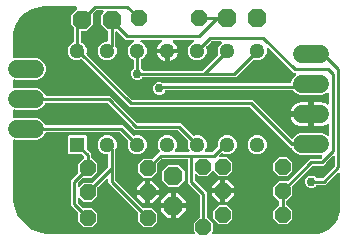
<source format=gbr>
G04 EAGLE Gerber RS-274X export*
G75*
%MOMM*%
%FSLAX34Y34*%
%LPD*%
%INTop Copper*%
%IPPOS*%
%AMOC8*
5,1,8,0,0,1.08239X$1,22.5*%
G01*
%ADD10R,1.278000X1.278000*%
%ADD11C,1.278000*%
%ADD12P,1.429621X8X22.500000*%
%ADD13P,1.429621X8X202.500000*%
%ADD14P,1.429621X8X112.500000*%
%ADD15P,1.732040X8X202.500000*%
%ADD16P,1.732040X8X112.500000*%
%ADD17C,1.524000*%
%ADD18C,0.254000*%
%ADD19C,0.756400*%

G36*
X289107Y138448D02*
X289107Y138448D01*
X289246Y138461D01*
X289265Y138468D01*
X289285Y138471D01*
X289414Y138522D01*
X289545Y138569D01*
X289562Y138580D01*
X289581Y138588D01*
X289693Y138669D01*
X289808Y138747D01*
X289821Y138763D01*
X289838Y138774D01*
X289927Y138882D01*
X290019Y138986D01*
X290028Y139004D01*
X290041Y139019D01*
X290100Y139145D01*
X290163Y139269D01*
X290168Y139289D01*
X290176Y139307D01*
X290202Y139444D01*
X290233Y139579D01*
X290232Y139600D01*
X290236Y139619D01*
X290227Y139758D01*
X290223Y139897D01*
X290217Y139917D01*
X290216Y139937D01*
X290174Y140069D01*
X290135Y140203D01*
X290124Y140220D01*
X290118Y140239D01*
X290044Y140357D01*
X289973Y140477D01*
X289955Y140498D01*
X289948Y140508D01*
X289933Y140522D01*
X289867Y140597D01*
X289051Y141413D01*
X289051Y148147D01*
X294014Y153109D01*
X294074Y153188D01*
X294142Y153260D01*
X294171Y153313D01*
X294208Y153361D01*
X294248Y153452D01*
X294296Y153538D01*
X294311Y153597D01*
X294335Y153652D01*
X294350Y153750D01*
X294375Y153846D01*
X294381Y153946D01*
X294385Y153966D01*
X294383Y153979D01*
X294385Y154007D01*
X294385Y171037D01*
X294373Y171135D01*
X294370Y171234D01*
X294353Y171292D01*
X294345Y171352D01*
X294309Y171444D01*
X294281Y171539D01*
X294251Y171592D01*
X294228Y171648D01*
X294170Y171728D01*
X294120Y171813D01*
X294054Y171889D01*
X294042Y171905D01*
X294032Y171913D01*
X294014Y171934D01*
X284225Y181722D01*
X284225Y201052D01*
X284210Y201170D01*
X284203Y201289D01*
X284190Y201327D01*
X284185Y201368D01*
X284142Y201478D01*
X284105Y201591D01*
X284083Y201626D01*
X284068Y201663D01*
X283999Y201759D01*
X283935Y201860D01*
X283905Y201888D01*
X283882Y201921D01*
X283790Y201997D01*
X283703Y202078D01*
X283668Y202098D01*
X283637Y202123D01*
X283529Y202174D01*
X283425Y202232D01*
X283385Y202242D01*
X283349Y202259D01*
X283232Y202281D01*
X283117Y202311D01*
X283057Y202315D01*
X283037Y202319D01*
X283016Y202317D01*
X282956Y202321D01*
X262679Y202321D01*
X262581Y202309D01*
X262482Y202306D01*
X262424Y202289D01*
X262364Y202281D01*
X262272Y202245D01*
X262177Y202217D01*
X262124Y202187D01*
X262068Y202164D01*
X261988Y202106D01*
X261903Y202056D01*
X261827Y201990D01*
X261811Y201978D01*
X261803Y201968D01*
X261782Y201950D01*
X258690Y198858D01*
X258630Y198780D01*
X258562Y198708D01*
X258533Y198655D01*
X258496Y198607D01*
X258456Y198516D01*
X258408Y198429D01*
X258393Y198371D01*
X258369Y198315D01*
X258354Y198217D01*
X258329Y198121D01*
X258323Y198021D01*
X258319Y198001D01*
X258321Y197989D01*
X258319Y197961D01*
X258319Y190943D01*
X253557Y186181D01*
X246823Y186181D01*
X242061Y190943D01*
X242061Y197677D01*
X246823Y202439D01*
X253841Y202439D01*
X253939Y202451D01*
X254038Y202454D01*
X254096Y202471D01*
X254156Y202479D01*
X254248Y202515D01*
X254343Y202543D01*
X254396Y202573D01*
X254452Y202596D01*
X254532Y202654D01*
X254617Y202704D01*
X254693Y202770D01*
X254709Y202782D01*
X254717Y202792D01*
X254738Y202810D01*
X257830Y205902D01*
X259970Y208042D01*
X260043Y208136D01*
X260122Y208226D01*
X260140Y208261D01*
X260165Y208293D01*
X260212Y208403D01*
X260266Y208509D01*
X260275Y208548D01*
X260291Y208585D01*
X260310Y208703D01*
X260336Y208819D01*
X260335Y208859D01*
X260341Y208899D01*
X260330Y209018D01*
X260326Y209137D01*
X260315Y209176D01*
X260311Y209216D01*
X260271Y209328D01*
X260238Y209442D01*
X260217Y209477D01*
X260204Y209515D01*
X260137Y209614D01*
X260076Y209716D01*
X260036Y209761D01*
X260025Y209778D01*
X260010Y209792D01*
X259992Y209811D01*
X258785Y212726D01*
X258785Y215874D01*
X259990Y218783D01*
X262217Y221010D01*
X265126Y222215D01*
X268274Y222215D01*
X271183Y221010D01*
X273410Y218783D01*
X274615Y215874D01*
X274615Y212726D01*
X273347Y209666D01*
X273334Y209618D01*
X273313Y209573D01*
X273292Y209465D01*
X273263Y209359D01*
X273263Y209309D01*
X273253Y209260D01*
X273260Y209151D01*
X273258Y209041D01*
X273270Y208993D01*
X273273Y208943D01*
X273307Y208839D01*
X273332Y208732D01*
X273356Y208688D01*
X273371Y208641D01*
X273430Y208548D01*
X273481Y208451D01*
X273515Y208414D01*
X273541Y208372D01*
X273621Y208297D01*
X273695Y208215D01*
X273737Y208188D01*
X273773Y208154D01*
X273869Y208101D01*
X273961Y208041D01*
X274008Y208024D01*
X274051Y208000D01*
X274158Y207973D01*
X274262Y207937D01*
X274311Y207933D01*
X274359Y207921D01*
X274520Y207911D01*
X284280Y207911D01*
X284330Y207917D01*
X284379Y207915D01*
X284487Y207937D01*
X284596Y207951D01*
X284642Y207969D01*
X284691Y207979D01*
X284789Y208027D01*
X284891Y208068D01*
X284932Y208097D01*
X284976Y208119D01*
X285060Y208190D01*
X285149Y208254D01*
X285180Y208293D01*
X285218Y208325D01*
X285281Y208415D01*
X285352Y208499D01*
X285373Y208544D01*
X285401Y208585D01*
X285440Y208688D01*
X285487Y208787D01*
X285496Y208836D01*
X285514Y208882D01*
X285526Y208992D01*
X285547Y209099D01*
X285544Y209149D01*
X285549Y209198D01*
X285534Y209307D01*
X285527Y209417D01*
X285512Y209464D01*
X285505Y209513D01*
X285453Y209666D01*
X284185Y212726D01*
X284185Y215874D01*
X284560Y216779D01*
X284568Y216808D01*
X284581Y216834D01*
X284610Y216961D01*
X284644Y217086D01*
X284645Y217116D01*
X284651Y217144D01*
X284647Y217274D01*
X284649Y217404D01*
X284642Y217433D01*
X284641Y217462D01*
X284605Y217587D01*
X284575Y217713D01*
X284561Y217740D01*
X284553Y217768D01*
X284487Y217879D01*
X284426Y217995D01*
X284406Y218016D01*
X284391Y218042D01*
X284285Y218163D01*
X276074Y226374D01*
X275996Y226434D01*
X275924Y226502D01*
X275871Y226531D01*
X275823Y226568D01*
X275732Y226608D01*
X275645Y226656D01*
X275587Y226671D01*
X275531Y226695D01*
X275433Y226710D01*
X275337Y226735D01*
X275237Y226741D01*
X275217Y226745D01*
X275205Y226743D01*
X275177Y226745D01*
X239202Y226745D01*
X216408Y249540D01*
X216330Y249601D01*
X216257Y249668D01*
X216204Y249698D01*
X216157Y249735D01*
X216066Y249774D01*
X215979Y249822D01*
X215920Y249837D01*
X215865Y249861D01*
X215767Y249877D01*
X215671Y249901D01*
X215571Y249908D01*
X215551Y249911D01*
X215538Y249910D01*
X215510Y249912D01*
X164346Y249912D01*
X164317Y249908D01*
X164287Y249910D01*
X164159Y249888D01*
X164030Y249872D01*
X164003Y249861D01*
X163974Y249856D01*
X163855Y249802D01*
X163735Y249755D01*
X163711Y249737D01*
X163684Y249725D01*
X163583Y249644D01*
X163477Y249568D01*
X163459Y249545D01*
X163435Y249527D01*
X163357Y249423D01*
X163275Y249323D01*
X163262Y249296D01*
X163244Y249273D01*
X163173Y249128D01*
X162712Y248014D01*
X160139Y245441D01*
X156778Y244049D01*
X137900Y244049D01*
X137646Y244155D01*
X137598Y244168D01*
X137553Y244189D01*
X137445Y244210D01*
X137339Y244239D01*
X137289Y244239D01*
X137240Y244249D01*
X137131Y244242D01*
X137021Y244244D01*
X136973Y244232D01*
X136923Y244229D01*
X136819Y244195D01*
X136712Y244169D01*
X136668Y244146D01*
X136621Y244131D01*
X136528Y244072D01*
X136431Y244021D01*
X136394Y243987D01*
X136352Y243961D01*
X136277Y243881D01*
X136195Y243807D01*
X136168Y243765D01*
X136134Y243729D01*
X136081Y243633D01*
X136021Y243541D01*
X136004Y243494D01*
X135980Y243451D01*
X135953Y243344D01*
X135917Y243240D01*
X135913Y243191D01*
X135901Y243143D01*
X135891Y242982D01*
X135891Y238006D01*
X135897Y237956D01*
X135895Y237907D01*
X135917Y237799D01*
X135931Y237690D01*
X135949Y237644D01*
X135959Y237595D01*
X136007Y237497D01*
X136048Y237395D01*
X136077Y237354D01*
X136099Y237310D01*
X136170Y237226D01*
X136234Y237137D01*
X136273Y237106D01*
X136305Y237068D01*
X136395Y237005D01*
X136479Y236934D01*
X136524Y236913D01*
X136565Y236885D01*
X136668Y236846D01*
X136767Y236799D01*
X136816Y236790D01*
X136862Y236772D01*
X136972Y236760D01*
X137079Y236739D01*
X137129Y236742D01*
X137178Y236737D01*
X137287Y236752D01*
X137397Y236759D01*
X137444Y236774D01*
X137493Y236781D01*
X137646Y236833D01*
X137900Y236939D01*
X156778Y236939D01*
X160139Y235546D01*
X162712Y232974D01*
X163375Y231372D01*
X163390Y231347D01*
X163399Y231318D01*
X163468Y231209D01*
X163533Y231096D01*
X163553Y231075D01*
X163569Y231050D01*
X163664Y230961D01*
X163754Y230868D01*
X163779Y230852D01*
X163801Y230832D01*
X163915Y230769D01*
X164025Y230701D01*
X164053Y230693D01*
X164079Y230678D01*
X164205Y230646D01*
X164329Y230608D01*
X164359Y230606D01*
X164387Y230599D01*
X164548Y230589D01*
X228933Y230589D01*
X237416Y222106D01*
X237439Y222088D01*
X237458Y222065D01*
X237564Y221991D01*
X237667Y221911D01*
X237694Y221899D01*
X237718Y221882D01*
X237839Y221836D01*
X237959Y221785D01*
X237988Y221780D01*
X238016Y221770D01*
X238145Y221755D01*
X238273Y221735D01*
X238302Y221738D01*
X238332Y221734D01*
X238460Y221752D01*
X238590Y221765D01*
X238617Y221775D01*
X238647Y221779D01*
X238799Y221831D01*
X239726Y222215D01*
X242874Y222215D01*
X245783Y221010D01*
X248010Y218783D01*
X249215Y215874D01*
X249215Y212726D01*
X248010Y209817D01*
X245783Y207590D01*
X242874Y206385D01*
X239726Y206385D01*
X236817Y207590D01*
X234590Y209817D01*
X233385Y212726D01*
X233385Y215874D01*
X233751Y216758D01*
X233759Y216786D01*
X233772Y216812D01*
X233801Y216939D01*
X233835Y217064D01*
X233836Y217094D01*
X233842Y217123D01*
X233838Y217253D01*
X233840Y217382D01*
X233833Y217411D01*
X233832Y217441D01*
X233796Y217565D01*
X233766Y217692D01*
X233752Y217718D01*
X233744Y217746D01*
X233678Y217858D01*
X233617Y217973D01*
X233597Y217995D01*
X233582Y218020D01*
X233476Y218141D01*
X226990Y224627D01*
X226911Y224688D01*
X226839Y224756D01*
X226786Y224785D01*
X226738Y224822D01*
X226647Y224862D01*
X226561Y224909D01*
X226502Y224925D01*
X226446Y224949D01*
X226348Y224964D01*
X226253Y224989D01*
X226153Y224995D01*
X226132Y224999D01*
X226120Y224997D01*
X226092Y224999D01*
X164548Y224999D01*
X164519Y224995D01*
X164489Y224998D01*
X164361Y224976D01*
X164232Y224959D01*
X164205Y224948D01*
X164176Y224943D01*
X164057Y224890D01*
X163937Y224842D01*
X163913Y224825D01*
X163886Y224813D01*
X163784Y224732D01*
X163679Y224655D01*
X163661Y224633D01*
X163637Y224614D01*
X163559Y224511D01*
X163477Y224410D01*
X163464Y224384D01*
X163446Y224360D01*
X163375Y224216D01*
X162712Y222614D01*
X160139Y220041D01*
X156778Y218649D01*
X137900Y218649D01*
X137646Y218755D01*
X137598Y218768D01*
X137553Y218789D01*
X137445Y218810D01*
X137339Y218839D01*
X137289Y218839D01*
X137240Y218849D01*
X137131Y218842D01*
X137021Y218844D01*
X136973Y218832D01*
X136923Y218829D01*
X136819Y218795D01*
X136712Y218769D01*
X136668Y218746D01*
X136621Y218731D01*
X136528Y218672D01*
X136431Y218621D01*
X136394Y218587D01*
X136352Y218561D01*
X136277Y218481D01*
X136195Y218407D01*
X136168Y218365D01*
X136134Y218329D01*
X136081Y218233D01*
X136021Y218141D01*
X136004Y218094D01*
X135980Y218051D01*
X135953Y217944D01*
X135917Y217840D01*
X135913Y217791D01*
X135901Y217743D01*
X135891Y217582D01*
X135891Y170180D01*
X135893Y170161D01*
X135893Y170109D01*
X136084Y166696D01*
X136089Y166670D01*
X136088Y166644D01*
X136114Y166485D01*
X137633Y159831D01*
X137654Y159772D01*
X137666Y159712D01*
X137727Y159562D01*
X140688Y153413D01*
X140722Y153361D01*
X140747Y153304D01*
X140839Y153172D01*
X145095Y147836D01*
X145139Y147793D01*
X145177Y147743D01*
X145296Y147635D01*
X150632Y143379D01*
X150685Y143347D01*
X150733Y143307D01*
X150873Y143228D01*
X157022Y140267D01*
X157081Y140247D01*
X157136Y140219D01*
X157291Y140173D01*
X163945Y138654D01*
X163971Y138652D01*
X163996Y138644D01*
X164156Y138624D01*
X167569Y138433D01*
X167588Y138434D01*
X167640Y138431D01*
X288969Y138431D01*
X289107Y138448D01*
G37*
G36*
X391181Y138433D02*
X391181Y138433D01*
X391243Y138433D01*
X393895Y138607D01*
X393939Y138616D01*
X393983Y138616D01*
X394141Y138648D01*
X399265Y140021D01*
X399344Y140053D01*
X399426Y140076D01*
X399549Y140137D01*
X399559Y140141D01*
X399563Y140143D01*
X399571Y140148D01*
X404165Y142800D01*
X404233Y142852D01*
X404307Y142895D01*
X404410Y142986D01*
X404418Y142992D01*
X404421Y142995D01*
X404428Y143002D01*
X408178Y146752D01*
X408231Y146820D01*
X408291Y146881D01*
X408338Y146953D01*
X408352Y146969D01*
X408359Y146983D01*
X408367Y146996D01*
X408373Y147004D01*
X408375Y147008D01*
X408380Y147015D01*
X411032Y151609D01*
X411066Y151688D01*
X411108Y151763D01*
X411152Y151892D01*
X411156Y151902D01*
X411156Y151907D01*
X411159Y151915D01*
X412532Y157039D01*
X412538Y157083D01*
X412552Y157125D01*
X412573Y157285D01*
X412747Y159937D01*
X412745Y159958D01*
X412749Y160020D01*
X412749Y189347D01*
X412732Y189485D01*
X412719Y189624D01*
X412712Y189643D01*
X412709Y189663D01*
X412658Y189792D01*
X412611Y189923D01*
X412600Y189940D01*
X412592Y189958D01*
X412511Y190070D01*
X412433Y190186D01*
X412417Y190199D01*
X412406Y190216D01*
X412298Y190304D01*
X412194Y190396D01*
X412176Y190406D01*
X412161Y190419D01*
X412035Y190478D01*
X411911Y190541D01*
X411891Y190545D01*
X411873Y190554D01*
X411737Y190580D01*
X411601Y190611D01*
X411580Y190610D01*
X411561Y190614D01*
X411422Y190605D01*
X411283Y190601D01*
X411263Y190595D01*
X411243Y190594D01*
X411111Y190551D01*
X410977Y190513D01*
X410960Y190502D01*
X410941Y190496D01*
X410823Y190421D01*
X410703Y190351D01*
X410682Y190333D01*
X410672Y190326D01*
X410658Y190311D01*
X410583Y190245D01*
X402432Y182094D01*
X400423Y180085D01*
X393856Y180085D01*
X393758Y180073D01*
X393659Y180070D01*
X393600Y180053D01*
X393540Y180045D01*
X393448Y180009D01*
X393353Y179981D01*
X393301Y179951D01*
X393245Y179928D01*
X393165Y179870D01*
X393079Y179820D01*
X393004Y179754D01*
X392987Y179742D01*
X392980Y179732D01*
X392958Y179714D01*
X391626Y178381D01*
X389676Y177573D01*
X387564Y177573D01*
X385614Y178381D01*
X384121Y179874D01*
X383313Y181824D01*
X383313Y183936D01*
X384121Y185886D01*
X385614Y187379D01*
X387564Y188187D01*
X389676Y188187D01*
X391626Y187379D01*
X392958Y186046D01*
X393037Y185986D01*
X393109Y185918D01*
X393162Y185889D01*
X393210Y185852D01*
X393301Y185812D01*
X393387Y185764D01*
X393446Y185749D01*
X393502Y185725D01*
X393599Y185710D01*
X393695Y185685D01*
X393795Y185679D01*
X393816Y185675D01*
X393828Y185677D01*
X393856Y185675D01*
X397582Y185675D01*
X397680Y185687D01*
X397779Y185690D01*
X397838Y185707D01*
X397898Y185715D01*
X397990Y185751D01*
X398085Y185779D01*
X398137Y185809D01*
X398193Y185832D01*
X398273Y185890D01*
X398359Y185940D01*
X398434Y186006D01*
X398451Y186018D01*
X398459Y186028D01*
X398480Y186046D01*
X408314Y195880D01*
X408374Y195959D01*
X408442Y196031D01*
X408471Y196084D01*
X408508Y196132D01*
X408548Y196223D01*
X408596Y196309D01*
X408611Y196368D01*
X408635Y196423D01*
X408650Y196521D01*
X408675Y196617D01*
X408681Y196717D01*
X408685Y196738D01*
X408683Y196750D01*
X408685Y196778D01*
X408685Y203549D01*
X408668Y203686D01*
X408655Y203825D01*
X408648Y203844D01*
X408645Y203864D01*
X408594Y203993D01*
X408547Y204124D01*
X408536Y204141D01*
X408528Y204160D01*
X408447Y204272D01*
X408369Y204387D01*
X408353Y204401D01*
X408342Y204417D01*
X408234Y204506D01*
X408130Y204598D01*
X408112Y204607D01*
X408097Y204620D01*
X407971Y204679D01*
X407847Y204743D01*
X407827Y204747D01*
X407809Y204756D01*
X407673Y204782D01*
X407537Y204812D01*
X407516Y204812D01*
X407497Y204815D01*
X407358Y204807D01*
X407219Y204803D01*
X407199Y204797D01*
X407179Y204796D01*
X407047Y204753D01*
X406913Y204714D01*
X406896Y204704D01*
X406877Y204698D01*
X406759Y204623D01*
X406639Y204553D01*
X406618Y204534D01*
X406608Y204527D01*
X406594Y204512D01*
X406519Y204446D01*
X400676Y198604D01*
X398668Y196595D01*
X390303Y196595D01*
X390205Y196583D01*
X390106Y196580D01*
X390048Y196563D01*
X389988Y196555D01*
X389896Y196519D01*
X389801Y196491D01*
X389748Y196461D01*
X389692Y196438D01*
X389612Y196380D01*
X389527Y196330D01*
X389451Y196264D01*
X389435Y196252D01*
X389427Y196242D01*
X389406Y196224D01*
X372990Y179808D01*
X372930Y179730D01*
X372862Y179658D01*
X372833Y179605D01*
X372796Y179557D01*
X372756Y179466D01*
X372708Y179379D01*
X372693Y179321D01*
X372669Y179265D01*
X372654Y179167D01*
X372629Y179071D01*
X372623Y178971D01*
X372619Y178951D01*
X372621Y178939D01*
X372619Y178911D01*
X372619Y171893D01*
X367656Y166931D01*
X367596Y166852D01*
X367528Y166780D01*
X367499Y166727D01*
X367462Y166679D01*
X367422Y166589D01*
X367374Y166502D01*
X367359Y166443D01*
X367335Y166388D01*
X367320Y166290D01*
X367295Y166194D01*
X367289Y166094D01*
X367285Y166074D01*
X367287Y166061D01*
X367285Y166033D01*
X367285Y164167D01*
X367297Y164069D01*
X367300Y163970D01*
X367317Y163911D01*
X367325Y163851D01*
X367361Y163759D01*
X367389Y163664D01*
X367419Y163612D01*
X367442Y163556D01*
X367500Y163476D01*
X367550Y163390D01*
X367616Y163315D01*
X367628Y163298D01*
X367638Y163290D01*
X367656Y163269D01*
X372619Y158307D01*
X372619Y151573D01*
X367857Y146811D01*
X361123Y146811D01*
X356361Y151573D01*
X356361Y158307D01*
X361324Y163269D01*
X361384Y163348D01*
X361452Y163420D01*
X361481Y163473D01*
X361518Y163521D01*
X361558Y163612D01*
X361606Y163698D01*
X361621Y163757D01*
X361645Y163812D01*
X361660Y163910D01*
X361685Y164006D01*
X361691Y164106D01*
X361695Y164126D01*
X361693Y164139D01*
X361695Y164167D01*
X361695Y166033D01*
X361683Y166131D01*
X361680Y166230D01*
X361663Y166289D01*
X361655Y166349D01*
X361619Y166441D01*
X361591Y166536D01*
X361561Y166588D01*
X361538Y166644D01*
X361480Y166725D01*
X361430Y166810D01*
X361364Y166885D01*
X361352Y166902D01*
X361342Y166910D01*
X361324Y166931D01*
X356361Y171893D01*
X356361Y178627D01*
X361123Y183389D01*
X368141Y183389D01*
X368239Y183401D01*
X368338Y183404D01*
X368396Y183421D01*
X368456Y183429D01*
X368548Y183465D01*
X368643Y183493D01*
X368696Y183523D01*
X368752Y183546D01*
X368832Y183604D01*
X368917Y183654D01*
X368993Y183720D01*
X369009Y183732D01*
X369017Y183742D01*
X369038Y183760D01*
X387462Y202185D01*
X395827Y202185D01*
X395925Y202197D01*
X396024Y202200D01*
X396082Y202217D01*
X396142Y202225D01*
X396234Y202261D01*
X396329Y202289D01*
X396382Y202319D01*
X396438Y202342D01*
X396518Y202400D01*
X396603Y202450D01*
X396679Y202516D01*
X396695Y202528D01*
X396703Y202538D01*
X396724Y202556D01*
X397486Y203319D01*
X397571Y203428D01*
X397660Y203535D01*
X397669Y203554D01*
X397681Y203570D01*
X397737Y203698D01*
X397796Y203823D01*
X397799Y203843D01*
X397807Y203862D01*
X397829Y204000D01*
X397855Y204136D01*
X397854Y204156D01*
X397857Y204176D01*
X397844Y204315D01*
X397836Y204453D01*
X397829Y204472D01*
X397828Y204492D01*
X397780Y204623D01*
X397738Y204755D01*
X397727Y204773D01*
X397720Y204792D01*
X397642Y204906D01*
X397567Y205024D01*
X397553Y205038D01*
X397541Y205055D01*
X397437Y205147D01*
X397336Y205242D01*
X397318Y205252D01*
X397303Y205265D01*
X397179Y205328D01*
X397057Y205396D01*
X397038Y205401D01*
X397020Y205410D01*
X396884Y205440D01*
X396749Y205475D01*
X396721Y205477D01*
X396709Y205480D01*
X396689Y205479D01*
X396589Y205485D01*
X379181Y205485D01*
X375820Y206877D01*
X373247Y209450D01*
X372584Y211052D01*
X372569Y211077D01*
X372560Y211105D01*
X372491Y211215D01*
X372426Y211328D01*
X372406Y211349D01*
X372390Y211374D01*
X372295Y211463D01*
X372205Y211556D01*
X372180Y211572D01*
X372158Y211592D01*
X372045Y211655D01*
X371934Y211723D01*
X371906Y211731D01*
X371880Y211746D01*
X371754Y211778D01*
X371630Y211816D01*
X371601Y211818D01*
X371572Y211825D01*
X371411Y211835D01*
X371364Y211835D01*
X337057Y246142D01*
X336978Y246203D01*
X336906Y246271D01*
X336853Y246300D01*
X336805Y246337D01*
X336715Y246376D01*
X336628Y246424D01*
X336569Y246439D01*
X336514Y246463D01*
X336416Y246479D01*
X336320Y246504D01*
X336220Y246510D01*
X336200Y246513D01*
X336187Y246512D01*
X336159Y246514D01*
X234716Y246514D01*
X232707Y248523D01*
X195057Y286173D01*
X195034Y286191D01*
X195014Y286213D01*
X194908Y286288D01*
X194806Y286368D01*
X194778Y286379D01*
X194754Y286396D01*
X194633Y286442D01*
X194514Y286494D01*
X194485Y286499D01*
X194457Y286509D01*
X194328Y286523D01*
X194200Y286544D01*
X194170Y286541D01*
X194141Y286544D01*
X194012Y286526D01*
X193883Y286514D01*
X193855Y286504D01*
X193826Y286500D01*
X193674Y286448D01*
X192074Y285785D01*
X188926Y285785D01*
X186017Y286990D01*
X183790Y289217D01*
X182585Y292126D01*
X182585Y295274D01*
X183790Y298183D01*
X186017Y300410D01*
X186922Y300785D01*
X186947Y300799D01*
X186975Y300808D01*
X187085Y300878D01*
X187198Y300942D01*
X187219Y300963D01*
X187244Y300979D01*
X187333Y301073D01*
X187426Y301163D01*
X187442Y301189D01*
X187462Y301210D01*
X187525Y301324D01*
X187593Y301435D01*
X187601Y301463D01*
X187616Y301489D01*
X187648Y301614D01*
X187686Y301739D01*
X187688Y301768D01*
X187695Y301797D01*
X187705Y301957D01*
X187705Y312648D01*
X187693Y312746D01*
X187690Y312845D01*
X187673Y312903D01*
X187665Y312963D01*
X187629Y313055D01*
X187601Y313150D01*
X187571Y313202D01*
X187548Y313259D01*
X187490Y313339D01*
X187440Y313424D01*
X187374Y313500D01*
X187362Y313516D01*
X187352Y313524D01*
X187334Y313545D01*
X184784Y316094D01*
X184784Y323986D01*
X190101Y329303D01*
X190186Y329412D01*
X190275Y329519D01*
X190284Y329538D01*
X190296Y329554D01*
X190352Y329682D01*
X190411Y329807D01*
X190414Y329827D01*
X190422Y329846D01*
X190444Y329984D01*
X190470Y330120D01*
X190469Y330140D01*
X190472Y330160D01*
X190459Y330299D01*
X190451Y330437D01*
X190444Y330456D01*
X190442Y330476D01*
X190395Y330608D01*
X190353Y330739D01*
X190342Y330757D01*
X190335Y330776D01*
X190257Y330891D01*
X190182Y331008D01*
X190168Y331022D01*
X190156Y331039D01*
X190052Y331131D01*
X189951Y331226D01*
X189933Y331236D01*
X189918Y331249D01*
X189794Y331313D01*
X189672Y331380D01*
X189653Y331385D01*
X189635Y331394D01*
X189499Y331424D01*
X189364Y331459D01*
X189336Y331461D01*
X189324Y331464D01*
X189304Y331463D01*
X189204Y331469D01*
X162560Y331469D01*
X162539Y331467D01*
X162477Y331467D01*
X159162Y331249D01*
X159118Y331241D01*
X159074Y331240D01*
X158916Y331209D01*
X152511Y329493D01*
X152432Y329460D01*
X152349Y329437D01*
X152227Y329376D01*
X152217Y329372D01*
X152213Y329370D01*
X152205Y329366D01*
X146463Y326050D01*
X146395Y325999D01*
X146321Y325955D01*
X146218Y325864D01*
X146210Y325858D01*
X146207Y325855D01*
X146200Y325849D01*
X141511Y321160D01*
X141459Y321092D01*
X141399Y321031D01*
X141323Y320917D01*
X141316Y320909D01*
X141315Y320905D01*
X141310Y320897D01*
X137994Y315155D01*
X137961Y315076D01*
X137919Y315001D01*
X137875Y314872D01*
X137871Y314862D01*
X137870Y314857D01*
X137867Y314849D01*
X136151Y308444D01*
X136145Y308400D01*
X136131Y308358D01*
X136111Y308198D01*
X136053Y307322D01*
X136053Y307321D01*
X135893Y304883D01*
X135895Y304862D01*
X135891Y304800D01*
X135891Y288806D01*
X135897Y288756D01*
X135895Y288707D01*
X135917Y288599D01*
X135931Y288490D01*
X135949Y288444D01*
X135959Y288395D01*
X136007Y288297D01*
X136048Y288195D01*
X136077Y288154D01*
X136099Y288110D01*
X136170Y288026D01*
X136234Y287937D01*
X136273Y287906D01*
X136305Y287868D01*
X136395Y287805D01*
X136479Y287734D01*
X136524Y287713D01*
X136565Y287685D01*
X136668Y287646D01*
X136767Y287599D01*
X136816Y287590D01*
X136862Y287572D01*
X136972Y287560D01*
X137079Y287539D01*
X137129Y287542D01*
X137178Y287537D01*
X137287Y287552D01*
X137397Y287559D01*
X137444Y287574D01*
X137493Y287581D01*
X137646Y287633D01*
X137900Y287739D01*
X156778Y287739D01*
X160139Y286346D01*
X162712Y283774D01*
X164104Y280413D01*
X164104Y276775D01*
X162712Y273414D01*
X160139Y270841D01*
X156778Y269449D01*
X137900Y269449D01*
X137646Y269555D01*
X137598Y269568D01*
X137553Y269589D01*
X137445Y269610D01*
X137339Y269639D01*
X137289Y269639D01*
X137240Y269649D01*
X137131Y269642D01*
X137021Y269644D01*
X136973Y269632D01*
X136923Y269629D01*
X136819Y269595D01*
X136712Y269569D01*
X136668Y269546D01*
X136621Y269531D01*
X136528Y269472D01*
X136431Y269421D01*
X136394Y269387D01*
X136352Y269361D01*
X136277Y269281D01*
X136195Y269207D01*
X136168Y269165D01*
X136134Y269129D01*
X136081Y269033D01*
X136021Y268941D01*
X136004Y268894D01*
X135980Y268851D01*
X135953Y268744D01*
X135917Y268640D01*
X135913Y268591D01*
X135901Y268543D01*
X135891Y268382D01*
X135891Y263406D01*
X135897Y263356D01*
X135895Y263307D01*
X135917Y263199D01*
X135931Y263090D01*
X135949Y263044D01*
X135959Y262995D01*
X136007Y262897D01*
X136048Y262795D01*
X136077Y262754D01*
X136099Y262710D01*
X136170Y262626D01*
X136234Y262537D01*
X136273Y262506D01*
X136305Y262468D01*
X136395Y262405D01*
X136479Y262334D01*
X136524Y262313D01*
X136565Y262285D01*
X136668Y262246D01*
X136767Y262199D01*
X136816Y262190D01*
X136862Y262172D01*
X136972Y262160D01*
X137079Y262139D01*
X137129Y262142D01*
X137178Y262137D01*
X137287Y262152D01*
X137397Y262159D01*
X137444Y262174D01*
X137493Y262181D01*
X137646Y262233D01*
X137900Y262339D01*
X156778Y262339D01*
X160139Y260946D01*
X162712Y258374D01*
X163577Y256285D01*
X163592Y256259D01*
X163601Y256231D01*
X163670Y256121D01*
X163735Y256008D01*
X163755Y255987D01*
X163771Y255962D01*
X163866Y255873D01*
X163956Y255780D01*
X163981Y255765D01*
X164003Y255744D01*
X164117Y255681D01*
X164227Y255614D01*
X164255Y255605D01*
X164281Y255591D01*
X164407Y255558D01*
X164531Y255520D01*
X164561Y255519D01*
X164589Y255511D01*
X164750Y255501D01*
X218351Y255501D01*
X241146Y232706D01*
X241224Y232646D01*
X241296Y232578D01*
X241349Y232549D01*
X241397Y232512D01*
X241488Y232472D01*
X241575Y232424D01*
X241633Y232409D01*
X241689Y232385D01*
X241787Y232370D01*
X241883Y232345D01*
X241983Y232339D01*
X242003Y232335D01*
X242015Y232337D01*
X242043Y232335D01*
X278018Y232335D01*
X280026Y230326D01*
X288237Y222115D01*
X288261Y222097D01*
X288280Y222074D01*
X288386Y222000D01*
X288489Y221920D01*
X288516Y221908D01*
X288540Y221891D01*
X288661Y221845D01*
X288780Y221794D01*
X288810Y221789D01*
X288837Y221779D01*
X288966Y221764D01*
X289095Y221744D01*
X289124Y221747D01*
X289153Y221743D01*
X289282Y221761D01*
X289411Y221774D01*
X289439Y221784D01*
X289468Y221788D01*
X289621Y221840D01*
X290526Y222215D01*
X293674Y222215D01*
X296583Y221010D01*
X298810Y218783D01*
X300015Y215874D01*
X300015Y212726D01*
X298747Y209666D01*
X298734Y209618D01*
X298713Y209573D01*
X298692Y209465D01*
X298663Y209359D01*
X298663Y209309D01*
X298653Y209260D01*
X298660Y209151D01*
X298658Y209041D01*
X298670Y208993D01*
X298673Y208943D01*
X298707Y208839D01*
X298732Y208732D01*
X298756Y208688D01*
X298771Y208641D01*
X298830Y208548D01*
X298881Y208451D01*
X298915Y208414D01*
X298941Y208372D01*
X299021Y208297D01*
X299095Y208215D01*
X299137Y208188D01*
X299173Y208154D01*
X299269Y208101D01*
X299361Y208041D01*
X299408Y208024D01*
X299451Y208000D01*
X299558Y207973D01*
X299662Y207937D01*
X299711Y207933D01*
X299759Y207921D01*
X299920Y207911D01*
X304387Y207911D01*
X304485Y207923D01*
X304584Y207926D01*
X304642Y207943D01*
X304702Y207951D01*
X304794Y207987D01*
X304889Y208015D01*
X304942Y208045D01*
X304998Y208068D01*
X305078Y208126D01*
X305163Y208176D01*
X305239Y208242D01*
X305255Y208254D01*
X305263Y208264D01*
X305284Y208282D01*
X309214Y212212D01*
X309274Y212290D01*
X309342Y212362D01*
X309371Y212415D01*
X309408Y212463D01*
X309448Y212554D01*
X309496Y212641D01*
X309511Y212699D01*
X309535Y212755D01*
X309550Y212853D01*
X309575Y212949D01*
X309581Y213049D01*
X309585Y213069D01*
X309583Y213081D01*
X309585Y213109D01*
X309585Y215874D01*
X310790Y218783D01*
X313017Y221010D01*
X315926Y222215D01*
X319074Y222215D01*
X321983Y221010D01*
X324210Y218783D01*
X325415Y215874D01*
X325415Y212726D01*
X324210Y209817D01*
X321983Y207590D01*
X319074Y206385D01*
X315926Y206385D01*
X313432Y207418D01*
X313404Y207426D01*
X313378Y207439D01*
X313251Y207468D01*
X313126Y207502D01*
X313096Y207502D01*
X313067Y207509D01*
X312938Y207505D01*
X312808Y207507D01*
X312779Y207500D01*
X312749Y207499D01*
X312625Y207463D01*
X312498Y207433D01*
X312472Y207419D01*
X312444Y207411D01*
X312332Y207345D01*
X312217Y207284D01*
X312196Y207264D01*
X312170Y207249D01*
X312049Y207143D01*
X310782Y205875D01*
X310697Y205766D01*
X310608Y205659D01*
X310599Y205640D01*
X310587Y205624D01*
X310531Y205496D01*
X310472Y205371D01*
X310469Y205351D01*
X310461Y205332D01*
X310439Y205194D01*
X310413Y205058D01*
X310414Y205038D01*
X310411Y205018D01*
X310424Y204879D01*
X310432Y204741D01*
X310439Y204722D01*
X310440Y204702D01*
X310488Y204570D01*
X310530Y204439D01*
X310541Y204421D01*
X310548Y204402D01*
X310626Y204287D01*
X310701Y204170D01*
X310715Y204156D01*
X310727Y204139D01*
X310831Y204047D01*
X310932Y203952D01*
X310950Y203942D01*
X310965Y203929D01*
X311089Y203865D01*
X311211Y203798D01*
X311230Y203793D01*
X311248Y203784D01*
X311384Y203754D01*
X311519Y203719D01*
X311547Y203717D01*
X311559Y203714D01*
X311579Y203715D01*
X311679Y203709D01*
X317057Y203709D01*
X321819Y198947D01*
X321819Y192213D01*
X317057Y187451D01*
X310323Y187451D01*
X306333Y191442D01*
X306238Y191515D01*
X306149Y191594D01*
X306113Y191612D01*
X306081Y191637D01*
X305972Y191684D01*
X305866Y191738D01*
X305827Y191747D01*
X305789Y191763D01*
X305672Y191782D01*
X305556Y191808D01*
X305515Y191807D01*
X305475Y191813D01*
X305357Y191802D01*
X305238Y191798D01*
X305199Y191787D01*
X305159Y191783D01*
X305046Y191743D01*
X304932Y191710D01*
X304898Y191689D01*
X304859Y191675D01*
X304761Y191609D01*
X304658Y191548D01*
X304613Y191508D01*
X304596Y191497D01*
X304583Y191482D01*
X304538Y191442D01*
X300547Y187451D01*
X293813Y187451D01*
X291981Y189283D01*
X291872Y189368D01*
X291765Y189457D01*
X291746Y189465D01*
X291730Y189478D01*
X291602Y189533D01*
X291477Y189592D01*
X291457Y189596D01*
X291438Y189604D01*
X291300Y189626D01*
X291164Y189652D01*
X291144Y189651D01*
X291124Y189654D01*
X290985Y189641D01*
X290847Y189632D01*
X290828Y189626D01*
X290808Y189624D01*
X290676Y189577D01*
X290545Y189534D01*
X290527Y189523D01*
X290508Y189517D01*
X290393Y189438D01*
X290276Y189364D01*
X290262Y189349D01*
X290245Y189338D01*
X290153Y189234D01*
X290058Y189132D01*
X290048Y189115D01*
X290035Y189100D01*
X289971Y188975D01*
X289904Y188854D01*
X289899Y188834D01*
X289890Y188816D01*
X289860Y188680D01*
X289825Y188546D01*
X289823Y188518D01*
X289820Y188506D01*
X289821Y188485D01*
X289815Y188385D01*
X289815Y184563D01*
X289827Y184465D01*
X289830Y184366D01*
X289847Y184308D01*
X289855Y184248D01*
X289891Y184156D01*
X289919Y184061D01*
X289949Y184008D01*
X289972Y183952D01*
X290030Y183872D01*
X290080Y183787D01*
X290146Y183711D01*
X290158Y183695D01*
X290168Y183687D01*
X290186Y183666D01*
X299975Y173878D01*
X299975Y154007D01*
X299987Y153909D01*
X299990Y153810D01*
X300007Y153751D01*
X300015Y153691D01*
X300051Y153599D01*
X300079Y153504D01*
X300109Y153452D01*
X300132Y153396D01*
X300190Y153316D01*
X300240Y153230D01*
X300306Y153155D01*
X300318Y153138D01*
X300328Y153130D01*
X300346Y153109D01*
X305309Y148147D01*
X305309Y141413D01*
X304493Y140597D01*
X304408Y140488D01*
X304319Y140381D01*
X304311Y140362D01*
X304298Y140346D01*
X304243Y140219D01*
X304184Y140093D01*
X304180Y140073D01*
X304172Y140054D01*
X304150Y139916D01*
X304124Y139780D01*
X304125Y139760D01*
X304122Y139740D01*
X304135Y139601D01*
X304144Y139463D01*
X304150Y139444D01*
X304152Y139424D01*
X304199Y139292D01*
X304242Y139161D01*
X304253Y139143D01*
X304259Y139124D01*
X304338Y139009D01*
X304412Y138892D01*
X304427Y138878D01*
X304438Y138861D01*
X304542Y138769D01*
X304644Y138674D01*
X304661Y138664D01*
X304676Y138651D01*
X304800Y138588D01*
X304922Y138520D01*
X304942Y138515D01*
X304960Y138506D01*
X305096Y138476D01*
X305230Y138441D01*
X305258Y138439D01*
X305270Y138436D01*
X305291Y138437D01*
X305391Y138431D01*
X391160Y138431D01*
X391181Y138433D01*
G37*
G36*
X372349Y219371D02*
X372349Y219371D01*
X372468Y219374D01*
X372507Y219385D01*
X372547Y219389D01*
X372659Y219430D01*
X372773Y219463D01*
X372808Y219483D01*
X372846Y219497D01*
X372945Y219564D01*
X373047Y219624D01*
X373092Y219664D01*
X373109Y219675D01*
X373123Y219691D01*
X373168Y219731D01*
X375820Y222383D01*
X379181Y223775D01*
X398059Y223775D01*
X401420Y222383D01*
X401692Y222110D01*
X401802Y222025D01*
X401909Y221936D01*
X401928Y221928D01*
X401944Y221915D01*
X402071Y221860D01*
X402197Y221801D01*
X402217Y221797D01*
X402236Y221789D01*
X402373Y221767D01*
X402510Y221741D01*
X402530Y221742D01*
X402550Y221739D01*
X402689Y221752D01*
X402827Y221761D01*
X402846Y221767D01*
X402866Y221769D01*
X402998Y221816D01*
X403129Y221859D01*
X403146Y221869D01*
X403166Y221876D01*
X403281Y221954D01*
X403398Y222029D01*
X403412Y222044D01*
X403429Y222055D01*
X403521Y222159D01*
X403616Y222260D01*
X403626Y222278D01*
X403639Y222293D01*
X403703Y222417D01*
X403770Y222539D01*
X403775Y222558D01*
X403784Y222577D01*
X403814Y222713D01*
X403849Y222847D01*
X403851Y222875D01*
X403854Y222887D01*
X403853Y222907D01*
X403859Y223008D01*
X403859Y230515D01*
X403854Y230555D01*
X403857Y230595D01*
X403834Y230712D01*
X403819Y230831D01*
X403805Y230868D01*
X403797Y230907D01*
X403746Y231015D01*
X403702Y231127D01*
X403679Y231159D01*
X403662Y231195D01*
X403586Y231287D01*
X403516Y231384D01*
X403485Y231409D01*
X403460Y231440D01*
X403363Y231510D01*
X403271Y231587D01*
X403235Y231604D01*
X403202Y231627D01*
X403091Y231671D01*
X402983Y231722D01*
X402944Y231730D01*
X402907Y231744D01*
X402788Y231760D01*
X402671Y231782D01*
X402631Y231780D01*
X402591Y231785D01*
X402472Y231770D01*
X402353Y231762D01*
X402315Y231750D01*
X402276Y231745D01*
X402164Y231701D01*
X402051Y231664D01*
X402017Y231643D01*
X401980Y231628D01*
X401844Y231542D01*
X401565Y231340D01*
X400140Y230614D01*
X398619Y230119D01*
X397040Y229869D01*
X391159Y229869D01*
X391159Y238760D01*
X391144Y238878D01*
X391137Y238997D01*
X391124Y239035D01*
X391119Y239075D01*
X391076Y239186D01*
X391039Y239299D01*
X391017Y239333D01*
X391002Y239371D01*
X390932Y239467D01*
X390869Y239568D01*
X390839Y239596D01*
X390815Y239628D01*
X390724Y239704D01*
X390637Y239786D01*
X390602Y239805D01*
X390571Y239831D01*
X390463Y239882D01*
X390359Y239939D01*
X390319Y239950D01*
X390283Y239967D01*
X390166Y239989D01*
X390051Y240019D01*
X389990Y240023D01*
X389970Y240027D01*
X389950Y240025D01*
X389890Y240029D01*
X388619Y240029D01*
X388619Y240031D01*
X389890Y240031D01*
X390008Y240046D01*
X390127Y240053D01*
X390165Y240066D01*
X390205Y240071D01*
X390316Y240115D01*
X390429Y240151D01*
X390464Y240173D01*
X390501Y240188D01*
X390597Y240258D01*
X390698Y240321D01*
X390726Y240351D01*
X390759Y240375D01*
X390834Y240466D01*
X390916Y240553D01*
X390936Y240588D01*
X390961Y240620D01*
X391012Y240727D01*
X391070Y240832D01*
X391080Y240871D01*
X391097Y240907D01*
X391119Y241024D01*
X391149Y241139D01*
X391153Y241200D01*
X391157Y241220D01*
X391155Y241240D01*
X391159Y241300D01*
X391159Y250191D01*
X397040Y250191D01*
X398619Y249941D01*
X400140Y249446D01*
X401565Y248720D01*
X401844Y248518D01*
X401879Y248499D01*
X401909Y248473D01*
X402018Y248422D01*
X402123Y248365D01*
X402161Y248355D01*
X402197Y248338D01*
X402315Y248315D01*
X402431Y248285D01*
X402470Y248285D01*
X402510Y248278D01*
X402629Y248285D01*
X402749Y248285D01*
X402787Y248295D01*
X402827Y248298D01*
X402941Y248335D01*
X403057Y248364D01*
X403092Y248383D01*
X403129Y248396D01*
X403231Y248460D01*
X403335Y248517D01*
X403364Y248545D01*
X403398Y248566D01*
X403480Y248653D01*
X403567Y248735D01*
X403589Y248768D01*
X403616Y248798D01*
X403674Y248902D01*
X403738Y249003D01*
X403750Y249041D01*
X403770Y249076D01*
X403799Y249192D01*
X403837Y249306D01*
X403839Y249345D01*
X403849Y249384D01*
X403859Y249545D01*
X403859Y257052D01*
X403842Y257190D01*
X403829Y257329D01*
X403822Y257348D01*
X403819Y257368D01*
X403768Y257497D01*
X403721Y257628D01*
X403710Y257645D01*
X403702Y257664D01*
X403621Y257776D01*
X403543Y257891D01*
X403527Y257905D01*
X403516Y257921D01*
X403409Y258010D01*
X403304Y258102D01*
X403286Y258111D01*
X403271Y258124D01*
X403145Y258183D01*
X403021Y258246D01*
X403001Y258251D01*
X402983Y258259D01*
X402847Y258285D01*
X402711Y258316D01*
X402690Y258315D01*
X402671Y258319D01*
X402532Y258310D01*
X402393Y258306D01*
X402373Y258301D01*
X402353Y258299D01*
X402221Y258257D01*
X402087Y258218D01*
X402070Y258208D01*
X402051Y258201D01*
X401933Y258127D01*
X401813Y258056D01*
X401792Y258038D01*
X401782Y258031D01*
X401768Y258016D01*
X401692Y257950D01*
X401420Y257677D01*
X398059Y256285D01*
X379181Y256285D01*
X375820Y257677D01*
X373294Y260204D01*
X373215Y260264D01*
X373143Y260332D01*
X373090Y260361D01*
X373042Y260399D01*
X372951Y260438D01*
X372865Y260486D01*
X372806Y260501D01*
X372751Y260525D01*
X372653Y260541D01*
X372557Y260565D01*
X372457Y260572D01*
X372436Y260575D01*
X372424Y260574D01*
X372396Y260575D01*
X265846Y260575D01*
X265816Y260572D01*
X265787Y260574D01*
X265659Y260552D01*
X265530Y260536D01*
X265503Y260525D01*
X265474Y260520D01*
X265355Y260466D01*
X265235Y260419D01*
X265211Y260401D01*
X265184Y260389D01*
X265082Y260308D01*
X264977Y260232D01*
X264958Y260209D01*
X264935Y260191D01*
X264857Y260087D01*
X264774Y259987D01*
X264762Y259960D01*
X264744Y259936D01*
X264673Y259792D01*
X264380Y259084D01*
X262887Y257591D01*
X260937Y256783D01*
X258826Y256783D01*
X256875Y257591D01*
X255382Y259084D01*
X254574Y261035D01*
X254574Y263146D01*
X255382Y265096D01*
X256875Y266589D01*
X258826Y267397D01*
X260937Y267397D01*
X262887Y266589D01*
X262939Y266537D01*
X263018Y266476D01*
X263090Y266408D01*
X263143Y266379D01*
X263191Y266342D01*
X263282Y266302D01*
X263368Y266255D01*
X263427Y266239D01*
X263483Y266215D01*
X263580Y266200D01*
X263676Y266175D01*
X263777Y266169D01*
X263797Y266166D01*
X263809Y266167D01*
X263837Y266165D01*
X370586Y266165D01*
X370704Y266180D01*
X370823Y266187D01*
X370861Y266200D01*
X370902Y266205D01*
X371012Y266249D01*
X371125Y266285D01*
X371160Y266307D01*
X371197Y266322D01*
X371293Y266392D01*
X371394Y266455D01*
X371422Y266485D01*
X371455Y266509D01*
X371531Y266600D01*
X371612Y266687D01*
X371632Y266722D01*
X371657Y266754D01*
X371708Y266861D01*
X371766Y266966D01*
X371776Y267005D01*
X371793Y267041D01*
X371813Y267148D01*
X373247Y270610D01*
X375768Y273130D01*
X375853Y273240D01*
X375942Y273347D01*
X375950Y273366D01*
X375963Y273382D01*
X376018Y273510D01*
X376077Y273635D01*
X376081Y273655D01*
X376089Y273673D01*
X376111Y273811D01*
X376137Y273947D01*
X376136Y273967D01*
X376139Y273988D01*
X376126Y274127D01*
X376117Y274265D01*
X376111Y274284D01*
X376109Y274304D01*
X376062Y274435D01*
X376019Y274567D01*
X376008Y274584D01*
X376002Y274603D01*
X375923Y274719D01*
X375849Y274836D01*
X375834Y274850D01*
X375823Y274867D01*
X375719Y274959D01*
X375617Y275054D01*
X375600Y275064D01*
X375585Y275077D01*
X375460Y275140D01*
X375339Y275207D01*
X375319Y275212D01*
X375301Y275222D01*
X375165Y275252D01*
X375031Y275287D01*
X375003Y275289D01*
X374991Y275291D01*
X374970Y275291D01*
X374870Y275297D01*
X373531Y275297D01*
X371522Y277306D01*
X352981Y295846D01*
X352872Y295931D01*
X352765Y296020D01*
X352746Y296029D01*
X352730Y296041D01*
X352602Y296097D01*
X352477Y296156D01*
X352457Y296159D01*
X352438Y296167D01*
X352300Y296189D01*
X352164Y296215D01*
X352144Y296214D01*
X352124Y296217D01*
X351985Y296204D01*
X351847Y296196D01*
X351828Y296189D01*
X351808Y296188D01*
X351676Y296140D01*
X351545Y296098D01*
X351527Y296087D01*
X351508Y296080D01*
X351393Y296002D01*
X351276Y295927D01*
X351262Y295913D01*
X351245Y295901D01*
X351153Y295797D01*
X351058Y295696D01*
X351048Y295678D01*
X351035Y295663D01*
X350971Y295539D01*
X350904Y295417D01*
X350899Y295398D01*
X350890Y295380D01*
X350860Y295244D01*
X350825Y295109D01*
X350823Y295081D01*
X350820Y295069D01*
X350821Y295049D01*
X350815Y294949D01*
X350815Y292126D01*
X349610Y289217D01*
X347383Y286990D01*
X344474Y285785D01*
X341326Y285785D01*
X340421Y286160D01*
X340392Y286168D01*
X340366Y286181D01*
X340239Y286210D01*
X340114Y286244D01*
X340084Y286245D01*
X340056Y286251D01*
X339926Y286247D01*
X339796Y286249D01*
X339767Y286242D01*
X339738Y286241D01*
X339613Y286205D01*
X339487Y286175D01*
X339460Y286161D01*
X339432Y286153D01*
X339321Y286087D01*
X339205Y286026D01*
X339184Y286006D01*
X339158Y285991D01*
X339037Y285885D01*
X326516Y273363D01*
X324507Y271354D01*
X299632Y271354D01*
X299534Y271342D01*
X299487Y271341D01*
X246227Y271341D01*
X246129Y271328D01*
X246030Y271325D01*
X245972Y271308D01*
X245912Y271301D01*
X245820Y271264D01*
X245724Y271237D01*
X245672Y271206D01*
X245616Y271184D01*
X245536Y271126D01*
X245451Y271075D01*
X245375Y271009D01*
X245359Y270997D01*
X245351Y270987D01*
X245330Y270969D01*
X244196Y269835D01*
X242246Y269027D01*
X240134Y269027D01*
X238184Y269835D01*
X236691Y271328D01*
X235883Y273278D01*
X235883Y275390D01*
X236691Y277340D01*
X238134Y278782D01*
X238194Y278861D01*
X238262Y278933D01*
X238291Y278986D01*
X238328Y279034D01*
X238368Y279125D01*
X238416Y279211D01*
X238431Y279270D01*
X238455Y279325D01*
X238470Y279423D01*
X238495Y279519D01*
X238501Y279619D01*
X238505Y279640D01*
X238503Y279652D01*
X238505Y279680D01*
X238505Y285443D01*
X238502Y285472D01*
X238504Y285501D01*
X238482Y285629D01*
X238465Y285758D01*
X238455Y285786D01*
X238450Y285815D01*
X238396Y285933D01*
X238348Y286054D01*
X238331Y286078D01*
X238319Y286105D01*
X238238Y286206D01*
X238162Y286311D01*
X238139Y286330D01*
X238120Y286353D01*
X238017Y286431D01*
X237917Y286514D01*
X237890Y286527D01*
X237866Y286544D01*
X237722Y286615D01*
X236817Y286990D01*
X234590Y289217D01*
X233385Y292126D01*
X233385Y295274D01*
X234590Y298183D01*
X236817Y300410D01*
X237839Y300833D01*
X237900Y300868D01*
X237965Y300894D01*
X238037Y300946D01*
X238116Y300991D01*
X238166Y301039D01*
X238222Y301080D01*
X238280Y301150D01*
X238344Y301212D01*
X238380Y301272D01*
X238425Y301325D01*
X238463Y301407D01*
X238510Y301483D01*
X238531Y301550D01*
X238561Y301613D01*
X238577Y301701D01*
X238604Y301787D01*
X238607Y301857D01*
X238620Y301926D01*
X238615Y302015D01*
X238619Y302105D01*
X238605Y302173D01*
X238601Y302243D01*
X238573Y302328D01*
X238555Y302416D01*
X238524Y302479D01*
X238503Y302545D01*
X238454Y302621D01*
X238415Y302702D01*
X238370Y302755D01*
X238332Y302814D01*
X238267Y302876D01*
X238209Y302944D01*
X238152Y302984D01*
X238101Y303032D01*
X238022Y303075D01*
X237949Y303127D01*
X237883Y303152D01*
X237822Y303186D01*
X237735Y303208D01*
X237651Y303240D01*
X237582Y303248D01*
X237514Y303265D01*
X237354Y303275D01*
X231252Y303275D01*
X224671Y309856D01*
X224562Y309941D01*
X224455Y310030D01*
X224436Y310039D01*
X224420Y310051D01*
X224292Y310107D01*
X224167Y310166D01*
X224147Y310169D01*
X224128Y310177D01*
X223990Y310199D01*
X223854Y310225D01*
X223834Y310224D01*
X223814Y310227D01*
X223675Y310214D01*
X223537Y310206D01*
X223518Y310199D01*
X223498Y310198D01*
X223366Y310150D01*
X223235Y310108D01*
X223217Y310097D01*
X223198Y310090D01*
X223083Y310012D01*
X222966Y309937D01*
X222952Y309923D01*
X222935Y309911D01*
X222843Y309807D01*
X222748Y309706D01*
X222738Y309688D01*
X222725Y309673D01*
X222661Y309549D01*
X222594Y309427D01*
X222589Y309408D01*
X222580Y309390D01*
X222550Y309254D01*
X222515Y309119D01*
X222513Y309091D01*
X222510Y309079D01*
X222511Y309059D01*
X222505Y308959D01*
X222505Y298689D01*
X222506Y298680D01*
X222505Y298671D01*
X222526Y298522D01*
X222545Y298374D01*
X222548Y298365D01*
X222549Y298356D01*
X222601Y298204D01*
X223815Y295274D01*
X223815Y292126D01*
X222610Y289217D01*
X220383Y286990D01*
X217474Y285785D01*
X214326Y285785D01*
X211417Y286990D01*
X209190Y289217D01*
X207985Y292126D01*
X207985Y295274D01*
X209190Y298183D01*
X211417Y300410D01*
X214326Y301615D01*
X215646Y301615D01*
X215764Y301630D01*
X215883Y301637D01*
X215921Y301650D01*
X215962Y301655D01*
X216072Y301698D01*
X216185Y301735D01*
X216220Y301757D01*
X216257Y301772D01*
X216353Y301841D01*
X216454Y301905D01*
X216482Y301935D01*
X216515Y301958D01*
X216591Y302050D01*
X216672Y302137D01*
X216692Y302172D01*
X216717Y302203D01*
X216768Y302311D01*
X216826Y302415D01*
X216836Y302455D01*
X216853Y302491D01*
X216875Y302608D01*
X216905Y302723D01*
X216909Y302783D01*
X216913Y302803D01*
X216911Y302824D01*
X216915Y302884D01*
X216915Y309245D01*
X216900Y309363D01*
X216893Y309482D01*
X216880Y309520D01*
X216875Y309561D01*
X216832Y309671D01*
X216795Y309784D01*
X216773Y309819D01*
X216758Y309856D01*
X216689Y309952D01*
X216625Y310053D01*
X216595Y310081D01*
X216572Y310114D01*
X216480Y310190D01*
X216393Y310271D01*
X216358Y310291D01*
X216327Y310316D01*
X216219Y310367D01*
X216115Y310425D01*
X216075Y310435D01*
X216039Y310452D01*
X215922Y310474D01*
X215807Y310504D01*
X215772Y310506D01*
X210184Y316094D01*
X210184Y323986D01*
X212407Y326208D01*
X212492Y326318D01*
X212580Y326425D01*
X212589Y326443D01*
X212602Y326459D01*
X212657Y326587D01*
X212716Y326713D01*
X212720Y326732D01*
X212728Y326751D01*
X212750Y326889D01*
X212776Y327025D01*
X212775Y327045D01*
X212778Y327065D01*
X212765Y327204D01*
X212756Y327342D01*
X212750Y327362D01*
X212748Y327382D01*
X212701Y327513D01*
X212658Y327645D01*
X212647Y327662D01*
X212640Y327681D01*
X212562Y327796D01*
X212488Y327914D01*
X212473Y327928D01*
X212462Y327944D01*
X212357Y328036D01*
X212256Y328132D01*
X212239Y328141D01*
X212223Y328155D01*
X212099Y328218D01*
X211978Y328285D01*
X211958Y328290D01*
X211940Y328299D01*
X211804Y328330D01*
X211670Y328365D01*
X211642Y328366D01*
X211630Y328369D01*
X211609Y328368D01*
X211509Y328375D01*
X207101Y328375D01*
X207003Y328362D01*
X206904Y328359D01*
X206845Y328342D01*
X206785Y328335D01*
X206693Y328298D01*
X206598Y328271D01*
X206546Y328240D01*
X206490Y328218D01*
X206410Y328160D01*
X206324Y328109D01*
X206249Y328043D01*
X206232Y328031D01*
X206225Y328022D01*
X206203Y328003D01*
X203908Y325708D01*
X203835Y325614D01*
X203757Y325525D01*
X203738Y325489D01*
X203713Y325457D01*
X203666Y325347D01*
X203612Y325241D01*
X203603Y325202D01*
X203587Y325165D01*
X203568Y325047D01*
X203542Y324931D01*
X203544Y324891D01*
X203537Y324851D01*
X203548Y324732D01*
X203552Y324613D01*
X203563Y324575D01*
X203567Y324534D01*
X203607Y324422D01*
X203640Y324308D01*
X203661Y324273D01*
X203675Y324235D01*
X203742Y324136D01*
X203802Y324034D01*
X203836Y323996D01*
X203836Y316094D01*
X198256Y310514D01*
X194564Y310514D01*
X194446Y310499D01*
X194327Y310492D01*
X194289Y310479D01*
X194248Y310474D01*
X194138Y310431D01*
X194025Y310394D01*
X193990Y310372D01*
X193953Y310357D01*
X193857Y310288D01*
X193756Y310224D01*
X193728Y310194D01*
X193695Y310171D01*
X193619Y310079D01*
X193538Y309992D01*
X193518Y309957D01*
X193493Y309926D01*
X193442Y309818D01*
X193384Y309714D01*
X193374Y309674D01*
X193357Y309638D01*
X193335Y309521D01*
X193305Y309406D01*
X193301Y309346D01*
X193297Y309326D01*
X193299Y309305D01*
X193295Y309245D01*
X193295Y301957D01*
X193298Y301928D01*
X193296Y301899D01*
X193318Y301771D01*
X193335Y301642D01*
X193345Y301614D01*
X193350Y301585D01*
X193404Y301467D01*
X193452Y301346D01*
X193469Y301322D01*
X193481Y301295D01*
X193562Y301194D01*
X193638Y301089D01*
X193661Y301070D01*
X193680Y301047D01*
X193783Y300969D01*
X193883Y300886D01*
X193910Y300873D01*
X193934Y300856D01*
X194078Y300785D01*
X194983Y300410D01*
X197210Y298183D01*
X198415Y295274D01*
X198415Y292126D01*
X198327Y291915D01*
X198320Y291886D01*
X198306Y291860D01*
X198278Y291733D01*
X198243Y291608D01*
X198243Y291579D01*
X198237Y291550D01*
X198240Y291420D01*
X198238Y291290D01*
X198245Y291261D01*
X198246Y291232D01*
X198282Y291107D01*
X198313Y290981D01*
X198326Y290955D01*
X198335Y290926D01*
X198400Y290815D01*
X198461Y290700D01*
X198481Y290678D01*
X198496Y290652D01*
X198603Y290532D01*
X236659Y252475D01*
X236737Y252414D01*
X236810Y252346D01*
X236863Y252317D01*
X236910Y252280D01*
X237001Y252241D01*
X237088Y252193D01*
X237147Y252178D01*
X237202Y252154D01*
X237300Y252138D01*
X237396Y252113D01*
X237496Y252107D01*
X237516Y252104D01*
X237529Y252105D01*
X237557Y252103D01*
X339000Y252103D01*
X341009Y250094D01*
X371373Y219731D01*
X371467Y219657D01*
X371556Y219579D01*
X371592Y219560D01*
X371624Y219536D01*
X371734Y219488D01*
X371840Y219434D01*
X371879Y219425D01*
X371916Y219409D01*
X372034Y219391D01*
X372150Y219365D01*
X372190Y219366D01*
X372230Y219359D01*
X372349Y219371D01*
G37*
%LPC*%
G36*
X196023Y144271D02*
X196023Y144271D01*
X191261Y149033D01*
X191261Y156051D01*
X191249Y156149D01*
X191246Y156248D01*
X191229Y156306D01*
X191221Y156366D01*
X191185Y156458D01*
X191157Y156553D01*
X191127Y156606D01*
X191104Y156662D01*
X191046Y156742D01*
X190996Y156827D01*
X190930Y156903D01*
X190918Y156919D01*
X190908Y156927D01*
X190890Y156948D01*
X185165Y162672D01*
X185165Y184038D01*
X190890Y189762D01*
X190950Y189840D01*
X191018Y189912D01*
X191047Y189965D01*
X191084Y190013D01*
X191124Y190104D01*
X191172Y190191D01*
X191187Y190249D01*
X191211Y190305D01*
X191226Y190403D01*
X191251Y190499D01*
X191257Y190599D01*
X191261Y190619D01*
X191259Y190631D01*
X191261Y190659D01*
X191261Y197677D01*
X196224Y202639D01*
X196284Y202718D01*
X196352Y202790D01*
X196381Y202843D01*
X196418Y202891D01*
X196458Y202982D01*
X196506Y203068D01*
X196521Y203127D01*
X196545Y203182D01*
X196560Y203280D01*
X196585Y203376D01*
X196591Y203476D01*
X196595Y203496D01*
X196593Y203509D01*
X196595Y203537D01*
X196595Y203727D01*
X196583Y203825D01*
X196580Y203924D01*
X196563Y203982D01*
X196555Y204042D01*
X196519Y204134D01*
X196491Y204229D01*
X196461Y204282D01*
X196438Y204338D01*
X196380Y204418D01*
X196330Y204503D01*
X196264Y204579D01*
X196252Y204595D01*
X196242Y204603D01*
X196224Y204624D01*
X194834Y206014D01*
X194756Y206074D01*
X194684Y206142D01*
X194631Y206171D01*
X194583Y206208D01*
X194492Y206248D01*
X194405Y206296D01*
X194347Y206311D01*
X194291Y206335D01*
X194193Y206350D01*
X194097Y206375D01*
X193997Y206381D01*
X193977Y206385D01*
X193965Y206383D01*
X193937Y206385D01*
X183478Y206385D01*
X182585Y207278D01*
X182585Y221322D01*
X183478Y222215D01*
X197522Y222215D01*
X198415Y221322D01*
X198415Y210863D01*
X198427Y210765D01*
X198430Y210666D01*
X198447Y210608D01*
X198455Y210548D01*
X198491Y210456D01*
X198519Y210361D01*
X198549Y210308D01*
X198572Y210252D01*
X198630Y210172D01*
X198680Y210087D01*
X198746Y210011D01*
X198758Y209995D01*
X198768Y209987D01*
X198786Y209966D01*
X200176Y208576D01*
X202185Y206568D01*
X202185Y203537D01*
X202197Y203439D01*
X202200Y203340D01*
X202217Y203281D01*
X202225Y203221D01*
X202261Y203129D01*
X202289Y203034D01*
X202319Y202982D01*
X202342Y202926D01*
X202400Y202846D01*
X202450Y202760D01*
X202516Y202685D01*
X202528Y202668D01*
X202538Y202660D01*
X202556Y202639D01*
X207519Y197677D01*
X207519Y190943D01*
X202757Y186181D01*
X195739Y186181D01*
X195641Y186169D01*
X195542Y186166D01*
X195484Y186149D01*
X195424Y186141D01*
X195332Y186105D01*
X195237Y186077D01*
X195184Y186047D01*
X195128Y186024D01*
X195048Y185966D01*
X194963Y185916D01*
X194887Y185850D01*
X194871Y185838D01*
X194863Y185828D01*
X194842Y185810D01*
X191126Y182094D01*
X191066Y182016D01*
X190998Y181944D01*
X190969Y181891D01*
X190932Y181843D01*
X190892Y181752D01*
X190844Y181665D01*
X190829Y181607D01*
X190805Y181551D01*
X190790Y181453D01*
X190765Y181357D01*
X190759Y181257D01*
X190755Y181237D01*
X190757Y181225D01*
X190755Y181197D01*
X190755Y179915D01*
X190772Y179777D01*
X190785Y179638D01*
X190792Y179619D01*
X190795Y179599D01*
X190846Y179470D01*
X190893Y179339D01*
X190904Y179322D01*
X190912Y179303D01*
X190993Y179191D01*
X191071Y179076D01*
X191087Y179063D01*
X191098Y179046D01*
X191206Y178957D01*
X191310Y178865D01*
X191328Y178856D01*
X191343Y178843D01*
X191469Y178784D01*
X191593Y178721D01*
X191613Y178716D01*
X191631Y178708D01*
X191767Y178682D01*
X191903Y178651D01*
X191924Y178652D01*
X191943Y178648D01*
X192082Y178657D01*
X192221Y178661D01*
X192241Y178667D01*
X192261Y178668D01*
X192393Y178711D01*
X192527Y178749D01*
X192544Y178760D01*
X192563Y178766D01*
X192681Y178840D01*
X192801Y178911D01*
X192822Y178929D01*
X192832Y178936D01*
X192846Y178951D01*
X192921Y179017D01*
X196023Y182119D01*
X203041Y182119D01*
X203139Y182131D01*
X203238Y182134D01*
X203296Y182151D01*
X203356Y182159D01*
X203448Y182195D01*
X203543Y182223D01*
X203596Y182253D01*
X203652Y182276D01*
X203732Y182334D01*
X203817Y182384D01*
X203893Y182450D01*
X203909Y182462D01*
X203917Y182472D01*
X203938Y182490D01*
X216544Y195096D01*
X216604Y195174D01*
X216672Y195246D01*
X216701Y195299D01*
X216738Y195347D01*
X216778Y195438D01*
X216826Y195525D01*
X216841Y195583D01*
X216865Y195639D01*
X216880Y195737D01*
X216905Y195833D01*
X216911Y195933D01*
X216915Y195953D01*
X216913Y195965D01*
X216915Y195993D01*
X216915Y205116D01*
X216900Y205234D01*
X216893Y205353D01*
X216880Y205391D01*
X216875Y205432D01*
X216832Y205542D01*
X216795Y205655D01*
X216773Y205690D01*
X216758Y205727D01*
X216689Y205823D01*
X216625Y205924D01*
X216595Y205952D01*
X216572Y205985D01*
X216480Y206061D01*
X216393Y206142D01*
X216358Y206162D01*
X216327Y206187D01*
X216219Y206238D01*
X216115Y206296D01*
X216075Y206306D01*
X216039Y206323D01*
X215922Y206345D01*
X215807Y206375D01*
X215747Y206379D01*
X215727Y206383D01*
X215706Y206381D01*
X215646Y206385D01*
X214326Y206385D01*
X211417Y207590D01*
X209190Y209817D01*
X207985Y212726D01*
X207985Y215874D01*
X209190Y218783D01*
X211417Y221010D01*
X214326Y222215D01*
X217474Y222215D01*
X220383Y221010D01*
X222610Y218783D01*
X223815Y215874D01*
X223815Y212726D01*
X222601Y209796D01*
X222599Y209787D01*
X222594Y209779D01*
X222557Y209634D01*
X222517Y209490D01*
X222517Y209480D01*
X222515Y209471D01*
X222505Y209311D01*
X222505Y184563D01*
X222517Y184465D01*
X222520Y184366D01*
X222537Y184308D01*
X222545Y184248D01*
X222581Y184156D01*
X222609Y184061D01*
X222639Y184008D01*
X222662Y183952D01*
X222720Y183872D01*
X222770Y183787D01*
X222836Y183711D01*
X222848Y183695D01*
X222858Y183687D01*
X222876Y183666D01*
X245642Y160900D01*
X245720Y160840D01*
X245792Y160772D01*
X245845Y160743D01*
X245893Y160706D01*
X245984Y160666D01*
X246071Y160618D01*
X246129Y160603D01*
X246185Y160579D01*
X246283Y160564D01*
X246379Y160539D01*
X246479Y160533D01*
X246499Y160529D01*
X246511Y160531D01*
X246539Y160529D01*
X253557Y160529D01*
X258319Y155767D01*
X258319Y149033D01*
X253557Y144271D01*
X246823Y144271D01*
X242061Y149033D01*
X242061Y156051D01*
X242049Y156149D01*
X242046Y156248D01*
X242029Y156306D01*
X242021Y156366D01*
X241985Y156458D01*
X241957Y156553D01*
X241927Y156606D01*
X241904Y156662D01*
X241846Y156742D01*
X241796Y156827D01*
X241730Y156903D01*
X241718Y156919D01*
X241708Y156927D01*
X241690Y156948D01*
X216915Y181722D01*
X216915Y184499D01*
X216898Y184636D01*
X216885Y184775D01*
X216878Y184794D01*
X216875Y184814D01*
X216824Y184943D01*
X216777Y185074D01*
X216766Y185091D01*
X216758Y185110D01*
X216677Y185222D01*
X216599Y185337D01*
X216583Y185351D01*
X216572Y185367D01*
X216464Y185456D01*
X216360Y185548D01*
X216342Y185557D01*
X216327Y185570D01*
X216201Y185629D01*
X216077Y185693D01*
X216057Y185697D01*
X216039Y185706D01*
X215903Y185732D01*
X215767Y185762D01*
X215746Y185762D01*
X215727Y185765D01*
X215588Y185757D01*
X215449Y185753D01*
X215429Y185747D01*
X215409Y185746D01*
X215277Y185703D01*
X215143Y185664D01*
X215126Y185654D01*
X215107Y185648D01*
X214989Y185573D01*
X214869Y185503D01*
X214848Y185484D01*
X214838Y185477D01*
X214824Y185463D01*
X214749Y185396D01*
X207890Y178538D01*
X207830Y178460D01*
X207762Y178388D01*
X207733Y178335D01*
X207696Y178287D01*
X207656Y178196D01*
X207608Y178109D01*
X207593Y178051D01*
X207569Y177995D01*
X207554Y177897D01*
X207529Y177801D01*
X207523Y177701D01*
X207519Y177681D01*
X207521Y177669D01*
X207519Y177641D01*
X207519Y170623D01*
X202757Y165861D01*
X196023Y165861D01*
X192921Y168963D01*
X192812Y169048D01*
X192705Y169137D01*
X192686Y169145D01*
X192670Y169158D01*
X192542Y169213D01*
X192417Y169272D01*
X192397Y169276D01*
X192378Y169284D01*
X192240Y169306D01*
X192104Y169332D01*
X192084Y169331D01*
X192064Y169334D01*
X191925Y169321D01*
X191787Y169312D01*
X191768Y169306D01*
X191748Y169304D01*
X191616Y169257D01*
X191485Y169214D01*
X191467Y169203D01*
X191448Y169197D01*
X191333Y169118D01*
X191216Y169044D01*
X191202Y169029D01*
X191185Y169018D01*
X191093Y168914D01*
X190998Y168812D01*
X190988Y168795D01*
X190975Y168780D01*
X190911Y168655D01*
X190844Y168534D01*
X190839Y168514D01*
X190830Y168496D01*
X190800Y168360D01*
X190765Y168226D01*
X190763Y168198D01*
X190760Y168186D01*
X190761Y168165D01*
X190755Y168065D01*
X190755Y165513D01*
X190767Y165415D01*
X190770Y165316D01*
X190787Y165258D01*
X190795Y165198D01*
X190831Y165106D01*
X190859Y165011D01*
X190889Y164958D01*
X190912Y164902D01*
X190970Y164822D01*
X191020Y164737D01*
X191086Y164661D01*
X191098Y164645D01*
X191108Y164637D01*
X191126Y164616D01*
X194842Y160900D01*
X194920Y160840D01*
X194992Y160772D01*
X195045Y160743D01*
X195093Y160706D01*
X195184Y160666D01*
X195271Y160618D01*
X195329Y160603D01*
X195385Y160579D01*
X195483Y160564D01*
X195579Y160539D01*
X195679Y160533D01*
X195699Y160529D01*
X195711Y160531D01*
X195739Y160529D01*
X202757Y160529D01*
X207519Y155767D01*
X207519Y149033D01*
X202757Y144271D01*
X196023Y144271D01*
G37*
%LPD*%
G36*
X296350Y276942D02*
X296350Y276942D01*
X296449Y276945D01*
X296507Y276962D01*
X296567Y276970D01*
X296660Y277006D01*
X296755Y277034D01*
X296807Y277065D01*
X296863Y277087D01*
X296943Y277145D01*
X297029Y277195D01*
X297104Y277262D01*
X297120Y277274D01*
X297128Y277283D01*
X297149Y277302D01*
X297163Y277316D01*
X309685Y289837D01*
X309703Y289861D01*
X309726Y289880D01*
X309800Y289986D01*
X309880Y290089D01*
X309892Y290116D01*
X309909Y290140D01*
X309955Y290261D01*
X310006Y290380D01*
X310011Y290410D01*
X310021Y290437D01*
X310036Y290566D01*
X310046Y290627D01*
X310052Y290660D01*
X310051Y290665D01*
X310056Y290695D01*
X310053Y290724D01*
X310057Y290753D01*
X310039Y290882D01*
X310037Y290898D01*
X310032Y290978D01*
X310028Y290989D01*
X310026Y291011D01*
X310016Y291039D01*
X310012Y291068D01*
X309960Y291221D01*
X309585Y292126D01*
X309585Y295274D01*
X310790Y298183D01*
X312445Y299839D01*
X312531Y299948D01*
X312619Y300055D01*
X312628Y300074D01*
X312640Y300090D01*
X312696Y300218D01*
X312755Y300343D01*
X312759Y300363D01*
X312767Y300382D01*
X312789Y300520D01*
X312815Y300656D01*
X312813Y300676D01*
X312817Y300696D01*
X312803Y300835D01*
X312795Y300973D01*
X312789Y300992D01*
X312787Y301012D01*
X312740Y301144D01*
X312697Y301275D01*
X312686Y301293D01*
X312679Y301312D01*
X312601Y301427D01*
X312527Y301544D01*
X312512Y301558D01*
X312501Y301575D01*
X312396Y301667D01*
X312295Y301762D01*
X312277Y301772D01*
X312262Y301785D01*
X312138Y301849D01*
X312017Y301916D01*
X311997Y301921D01*
X311979Y301930D01*
X311843Y301960D01*
X311709Y301995D01*
X311681Y301997D01*
X311669Y302000D01*
X311648Y301999D01*
X311548Y302005D01*
X304883Y302005D01*
X304785Y301993D01*
X304686Y301990D01*
X304628Y301973D01*
X304568Y301965D01*
X304476Y301929D01*
X304381Y301901D01*
X304328Y301871D01*
X304272Y301848D01*
X304192Y301790D01*
X304107Y301740D01*
X304031Y301674D01*
X304015Y301662D01*
X304007Y301652D01*
X303986Y301634D01*
X299915Y297563D01*
X299897Y297539D01*
X299874Y297520D01*
X299800Y297414D01*
X299720Y297311D01*
X299708Y297284D01*
X299691Y297260D01*
X299645Y297139D01*
X299594Y297020D01*
X299589Y296990D01*
X299579Y296963D01*
X299564Y296834D01*
X299544Y296705D01*
X299547Y296676D01*
X299543Y296647D01*
X299561Y296518D01*
X299574Y296389D01*
X299584Y296361D01*
X299588Y296332D01*
X299640Y296179D01*
X300015Y295274D01*
X300015Y292126D01*
X298810Y289217D01*
X296583Y286990D01*
X293674Y285785D01*
X290526Y285785D01*
X287617Y286990D01*
X285390Y289217D01*
X284185Y292126D01*
X284185Y295274D01*
X285390Y298183D01*
X287617Y300410D01*
X288639Y300833D01*
X288700Y300868D01*
X288765Y300894D01*
X288837Y300946D01*
X288916Y300991D01*
X288966Y301039D01*
X289022Y301080D01*
X289080Y301150D01*
X289144Y301212D01*
X289180Y301272D01*
X289225Y301325D01*
X289263Y301407D01*
X289310Y301483D01*
X289331Y301550D01*
X289361Y301613D01*
X289377Y301701D01*
X289404Y301787D01*
X289407Y301857D01*
X289420Y301926D01*
X289415Y302015D01*
X289419Y302105D01*
X289405Y302173D01*
X289401Y302243D01*
X289373Y302328D01*
X289355Y302416D01*
X289324Y302479D01*
X289303Y302545D01*
X289254Y302621D01*
X289215Y302702D01*
X289170Y302755D01*
X289132Y302814D01*
X289067Y302876D01*
X289009Y302944D01*
X288952Y302984D01*
X288901Y303032D01*
X288822Y303075D01*
X288749Y303127D01*
X288683Y303152D01*
X288622Y303186D01*
X288535Y303208D01*
X288451Y303240D01*
X288382Y303248D01*
X288314Y303265D01*
X288154Y303275D01*
X272629Y303275D01*
X272525Y303262D01*
X272421Y303258D01*
X272368Y303242D01*
X272313Y303235D01*
X272216Y303197D01*
X272116Y303167D01*
X272069Y303139D01*
X272017Y303118D01*
X271933Y303057D01*
X271843Y303003D01*
X271805Y302964D01*
X271760Y302932D01*
X271694Y302851D01*
X271620Y302777D01*
X271592Y302729D01*
X271557Y302687D01*
X271513Y302592D01*
X271460Y302502D01*
X271445Y302449D01*
X271422Y302399D01*
X271402Y302297D01*
X271374Y302196D01*
X271372Y302141D01*
X271362Y302087D01*
X271368Y301982D01*
X271366Y301878D01*
X271378Y301824D01*
X271382Y301769D01*
X271414Y301670D01*
X271437Y301568D01*
X271463Y301519D01*
X271480Y301467D01*
X271536Y301378D01*
X271584Y301286D01*
X271620Y301244D01*
X271650Y301198D01*
X271726Y301126D01*
X271796Y301048D01*
X271866Y300995D01*
X271882Y300980D01*
X271895Y300973D01*
X271924Y300951D01*
X272393Y300637D01*
X273637Y299393D01*
X274614Y297930D01*
X275288Y296305D01*
X275423Y295624D01*
X267355Y295624D01*
X267237Y295609D01*
X267118Y295602D01*
X267080Y295589D01*
X267040Y295584D01*
X266929Y295541D01*
X266816Y295504D01*
X266782Y295482D01*
X266744Y295467D01*
X266702Y295437D01*
X266618Y295477D01*
X266513Y295535D01*
X266474Y295545D01*
X266438Y295562D01*
X266321Y295584D01*
X266205Y295614D01*
X266145Y295618D01*
X266125Y295622D01*
X266105Y295620D01*
X266045Y295624D01*
X257977Y295624D01*
X258112Y296305D01*
X258786Y297930D01*
X259763Y299393D01*
X261007Y300637D01*
X261476Y300951D01*
X261555Y301019D01*
X261640Y301080D01*
X261675Y301123D01*
X261717Y301159D01*
X261776Y301245D01*
X261843Y301325D01*
X261866Y301375D01*
X261898Y301421D01*
X261934Y301519D01*
X261978Y301613D01*
X261989Y301667D01*
X262008Y301719D01*
X262018Y301823D01*
X262038Y301926D01*
X262035Y301981D01*
X262040Y302035D01*
X262025Y302139D01*
X262018Y302243D01*
X262001Y302295D01*
X261993Y302350D01*
X261952Y302446D01*
X261920Y302545D01*
X261891Y302592D01*
X261869Y302643D01*
X261806Y302726D01*
X261750Y302814D01*
X261710Y302852D01*
X261677Y302896D01*
X261595Y302960D01*
X261518Y303032D01*
X261470Y303059D01*
X261427Y303093D01*
X261331Y303135D01*
X261240Y303186D01*
X261187Y303199D01*
X261136Y303222D01*
X261033Y303239D01*
X260932Y303265D01*
X260844Y303271D01*
X260823Y303274D01*
X260808Y303273D01*
X260771Y303275D01*
X245246Y303275D01*
X245177Y303267D01*
X245107Y303268D01*
X245020Y303247D01*
X244931Y303235D01*
X244866Y303210D01*
X244798Y303193D01*
X244719Y303151D01*
X244635Y303118D01*
X244579Y303077D01*
X244517Y303045D01*
X244450Y302984D01*
X244378Y302932D01*
X244333Y302878D01*
X244282Y302831D01*
X244232Y302756D01*
X244175Y302687D01*
X244145Y302623D01*
X244107Y302565D01*
X244078Y302480D01*
X244039Y302399D01*
X244026Y302330D01*
X244004Y302264D01*
X243997Y302175D01*
X243980Y302087D01*
X243984Y302017D01*
X243978Y301947D01*
X243994Y301859D01*
X243999Y301769D01*
X244021Y301703D01*
X244033Y301634D01*
X244070Y301552D01*
X244097Y301467D01*
X244135Y301408D01*
X244163Y301344D01*
X244220Y301274D01*
X244268Y301198D01*
X244318Y301150D01*
X244362Y301096D01*
X244434Y301041D01*
X244499Y300980D01*
X244560Y300946D01*
X244616Y300904D01*
X244761Y300833D01*
X245783Y300410D01*
X248010Y298183D01*
X249215Y295274D01*
X249215Y292126D01*
X248010Y289217D01*
X245783Y286990D01*
X244878Y286615D01*
X244853Y286601D01*
X244825Y286592D01*
X244715Y286522D01*
X244602Y286458D01*
X244581Y286437D01*
X244556Y286421D01*
X244467Y286327D01*
X244374Y286237D01*
X244358Y286211D01*
X244338Y286190D01*
X244275Y286076D01*
X244207Y285965D01*
X244199Y285937D01*
X244184Y285911D01*
X244152Y285786D01*
X244114Y285661D01*
X244112Y285632D01*
X244105Y285603D01*
X244095Y285443D01*
X244095Y279460D01*
X244107Y279362D01*
X244110Y279263D01*
X244127Y279204D01*
X244135Y279144D01*
X244171Y279052D01*
X244199Y278957D01*
X244229Y278905D01*
X244252Y278849D01*
X244310Y278769D01*
X244360Y278683D01*
X244426Y278608D01*
X244438Y278591D01*
X244448Y278583D01*
X244466Y278562D01*
X245727Y277302D01*
X245805Y277241D01*
X245877Y277173D01*
X245930Y277144D01*
X245978Y277107D01*
X246069Y277067D01*
X246156Y277020D01*
X246214Y277005D01*
X246270Y276980D01*
X246368Y276965D01*
X246464Y276940D01*
X246564Y276934D01*
X246584Y276931D01*
X246597Y276932D01*
X246625Y276930D01*
X296252Y276930D01*
X296350Y276942D01*
G37*
%LPC*%
G36*
X267834Y178434D02*
X267834Y178434D01*
X262254Y184014D01*
X262254Y191906D01*
X267834Y197486D01*
X275726Y197486D01*
X281306Y191906D01*
X281306Y184014D01*
X275726Y178434D01*
X267834Y178434D01*
G37*
%LPD*%
%LPC*%
G36*
X361123Y187451D02*
X361123Y187451D01*
X356361Y192213D01*
X356361Y198947D01*
X361123Y203709D01*
X367857Y203709D01*
X372619Y198947D01*
X372619Y192213D01*
X367857Y187451D01*
X361123Y187451D01*
G37*
%LPD*%
%LPC*%
G36*
X310323Y146811D02*
X310323Y146811D01*
X305561Y151573D01*
X305561Y158307D01*
X310323Y163069D01*
X317057Y163069D01*
X321819Y158307D01*
X321819Y151573D01*
X317057Y146811D01*
X310323Y146811D01*
G37*
%LPD*%
%LPC*%
G36*
X341326Y206385D02*
X341326Y206385D01*
X338417Y207590D01*
X336190Y209817D01*
X334985Y212726D01*
X334985Y215874D01*
X336190Y218783D01*
X338417Y221010D01*
X341326Y222215D01*
X344474Y222215D01*
X347383Y221010D01*
X349610Y218783D01*
X350815Y215874D01*
X350815Y212726D01*
X349610Y209817D01*
X347383Y207590D01*
X344474Y206385D01*
X341326Y206385D01*
G37*
%LPD*%
%LPC*%
G36*
X371141Y242569D02*
X371141Y242569D01*
X371584Y243930D01*
X372310Y245355D01*
X373250Y246649D01*
X374381Y247780D01*
X375675Y248720D01*
X377100Y249446D01*
X378621Y249941D01*
X380200Y250191D01*
X386081Y250191D01*
X386081Y242569D01*
X371141Y242569D01*
G37*
%LPD*%
%LPC*%
G36*
X380200Y229869D02*
X380200Y229869D01*
X378621Y230119D01*
X377100Y230614D01*
X375675Y231340D01*
X374381Y232280D01*
X373250Y233411D01*
X372310Y234705D01*
X371584Y236130D01*
X371141Y237491D01*
X386081Y237491D01*
X386081Y229869D01*
X380200Y229869D01*
G37*
%LPD*%
%LPC*%
G36*
X273811Y164591D02*
X273811Y164591D01*
X273811Y173102D01*
X276147Y173102D01*
X282322Y166927D01*
X282322Y164591D01*
X273811Y164591D01*
G37*
%LPD*%
%LPC*%
G36*
X261238Y164591D02*
X261238Y164591D01*
X261238Y166927D01*
X267413Y173102D01*
X269749Y173102D01*
X269749Y164591D01*
X261238Y164591D01*
G37*
%LPD*%
%LPC*%
G36*
X273811Y152018D02*
X273811Y152018D01*
X273811Y160529D01*
X282322Y160529D01*
X282322Y158193D01*
X276147Y152018D01*
X273811Y152018D01*
G37*
%LPD*%
%LPC*%
G36*
X267413Y152018D02*
X267413Y152018D01*
X261238Y158193D01*
X261238Y160529D01*
X269749Y160529D01*
X269749Y152018D01*
X267413Y152018D01*
G37*
%LPD*%
%LPC*%
G36*
X315721Y177291D02*
X315721Y177291D01*
X315721Y184405D01*
X317478Y184405D01*
X322835Y179048D01*
X322835Y177291D01*
X315721Y177291D01*
G37*
%LPD*%
%LPC*%
G36*
X252221Y176021D02*
X252221Y176021D01*
X252221Y183135D01*
X253978Y183135D01*
X259335Y177778D01*
X259335Y176021D01*
X252221Y176021D01*
G37*
%LPD*%
%LPC*%
G36*
X304545Y177291D02*
X304545Y177291D01*
X304545Y179048D01*
X309902Y184405D01*
X311659Y184405D01*
X311659Y177291D01*
X304545Y177291D01*
G37*
%LPD*%
%LPC*%
G36*
X241045Y176021D02*
X241045Y176021D01*
X241045Y177778D01*
X246402Y183135D01*
X248159Y183135D01*
X248159Y176021D01*
X241045Y176021D01*
G37*
%LPD*%
%LPC*%
G36*
X315721Y166115D02*
X315721Y166115D01*
X315721Y173229D01*
X322835Y173229D01*
X322835Y171472D01*
X317478Y166115D01*
X315721Y166115D01*
G37*
%LPD*%
%LPC*%
G36*
X252221Y164845D02*
X252221Y164845D01*
X252221Y171959D01*
X259335Y171959D01*
X259335Y170202D01*
X253978Y164845D01*
X252221Y164845D01*
G37*
%LPD*%
%LPC*%
G36*
X309902Y166115D02*
X309902Y166115D01*
X304545Y171472D01*
X304545Y173229D01*
X311659Y173229D01*
X311659Y166115D01*
X309902Y166115D01*
G37*
%LPD*%
%LPC*%
G36*
X246402Y164845D02*
X246402Y164845D01*
X241045Y170202D01*
X241045Y171959D01*
X248159Y171959D01*
X248159Y164845D01*
X246402Y164845D01*
G37*
%LPD*%
%LPC*%
G36*
X268624Y291776D02*
X268624Y291776D01*
X275423Y291776D01*
X275288Y291095D01*
X274614Y289470D01*
X273637Y288007D01*
X272393Y286763D01*
X270930Y285786D01*
X269305Y285112D01*
X268624Y284977D01*
X268624Y291776D01*
G37*
%LPD*%
%LPC*%
G36*
X264095Y285112D02*
X264095Y285112D01*
X262470Y285786D01*
X261007Y286763D01*
X259763Y288007D01*
X258786Y289470D01*
X258112Y291095D01*
X257977Y291776D01*
X264776Y291776D01*
X264776Y284977D01*
X264095Y285112D01*
G37*
%LPD*%
D10*
X190500Y214300D03*
D11*
X215900Y214300D03*
X241300Y214300D03*
X266700Y214300D03*
X292100Y214300D03*
X317500Y214300D03*
X342900Y214300D03*
X342900Y293700D03*
X317500Y293700D03*
X292100Y293700D03*
X266700Y293700D03*
X241300Y293700D03*
X215900Y293700D03*
X190500Y293700D03*
D12*
X199390Y194310D03*
X250190Y194310D03*
D13*
X250190Y173990D03*
X199390Y173990D03*
X250190Y152400D03*
X199390Y152400D03*
D14*
X297180Y144780D03*
X297180Y195580D03*
D13*
X364490Y154940D03*
X313690Y154940D03*
D12*
X313690Y175260D03*
X364490Y175260D03*
X313690Y195580D03*
X364490Y195580D03*
D13*
X293370Y321310D03*
X242570Y321310D03*
D15*
X342900Y321310D03*
X317500Y321310D03*
X219710Y320040D03*
X194310Y320040D03*
D16*
X271780Y162560D03*
X271780Y187960D03*
D17*
X381000Y290830D02*
X396240Y290830D01*
X396240Y265430D02*
X381000Y265430D01*
X381000Y240030D02*
X396240Y240030D01*
X396240Y214630D02*
X381000Y214630D01*
X154959Y278594D02*
X139719Y278594D01*
X139719Y253194D02*
X154959Y253194D01*
X154959Y227794D02*
X139719Y227794D01*
D18*
X379730Y245110D02*
X383540Y245110D01*
X241300Y214300D02*
X241269Y214300D01*
X227775Y227794D02*
X147339Y227794D01*
X227775Y227794D02*
X241269Y214300D01*
X386560Y263370D02*
X388620Y265430D01*
X261161Y263370D02*
X259881Y262090D01*
D19*
X259881Y262090D03*
D18*
X261161Y263370D02*
X386560Y263370D01*
X292100Y214300D02*
X276860Y229540D01*
X240360Y229540D01*
X217194Y252706D01*
X147827Y252706D02*
X147339Y253194D01*
X147827Y252706D02*
X217194Y252706D01*
X315254Y214300D02*
X317500Y214300D01*
X315254Y214300D02*
X306070Y205116D01*
X260996Y205116D02*
X250190Y194310D01*
X287020Y205116D02*
X306070Y205116D01*
X287020Y205116D02*
X260996Y205116D01*
X297180Y172720D02*
X297180Y144780D01*
X297180Y172720D02*
X287020Y182880D01*
X287020Y205116D01*
X292100Y293700D02*
X303200Y304800D01*
X406654Y274066D02*
X406654Y208534D01*
X347980Y304800D02*
X303200Y304800D01*
X347980Y304800D02*
X374688Y278092D01*
X402628Y278092D01*
X406654Y274066D01*
X406654Y208534D02*
X397510Y199390D01*
X388620Y199390D01*
X364490Y175260D01*
X364490Y154940D01*
X190500Y293700D02*
X190500Y316230D01*
X194310Y320040D01*
X232711Y331169D02*
X242570Y321310D01*
X232711Y331169D02*
X205418Y331169D01*
X194310Y320062D01*
X194310Y320040D01*
X372521Y214630D02*
X388620Y214630D01*
X372521Y214630D02*
X337843Y249309D01*
X191482Y293700D02*
X190500Y293700D01*
X191482Y293700D02*
X235873Y249309D01*
X337843Y249309D01*
X199390Y205410D02*
X190500Y214300D01*
X199390Y205410D02*
X199390Y194310D01*
X187960Y182880D02*
X187960Y163830D01*
X199390Y152400D01*
X187960Y182880D02*
X199390Y194310D01*
X398780Y290830D02*
X411480Y278130D01*
X398780Y290830D02*
X388620Y290830D01*
X411480Y195094D02*
X399266Y182880D01*
X388620Y182880D01*
X411480Y195094D02*
X411480Y278130D01*
D19*
X388620Y182880D03*
D18*
X219710Y210490D02*
X215900Y214300D01*
X219710Y210490D02*
X219710Y194310D01*
X199390Y173990D01*
X219710Y182880D02*
X219710Y194310D01*
X219710Y182880D02*
X250190Y152400D01*
X215900Y293700D02*
X219710Y297510D01*
X219710Y320040D01*
X308610Y321310D02*
X317500Y321310D01*
X308610Y321310D02*
X293370Y306070D01*
X232410Y306070D01*
X219710Y318770D01*
X219710Y320040D01*
X293370Y321310D02*
X317500Y321310D01*
X342900Y293700D02*
X323349Y274149D01*
X297949Y274149D01*
X297935Y274135D02*
X241051Y274135D01*
X297949Y274149D02*
X317500Y293700D01*
X297949Y274149D02*
X297935Y274135D01*
X241300Y274384D02*
X241300Y293700D01*
X241300Y274384D02*
X241051Y274135D01*
X241240Y274384D02*
X241300Y274384D01*
X241240Y274384D02*
X241190Y274334D01*
D19*
X241190Y274334D03*
M02*

</source>
